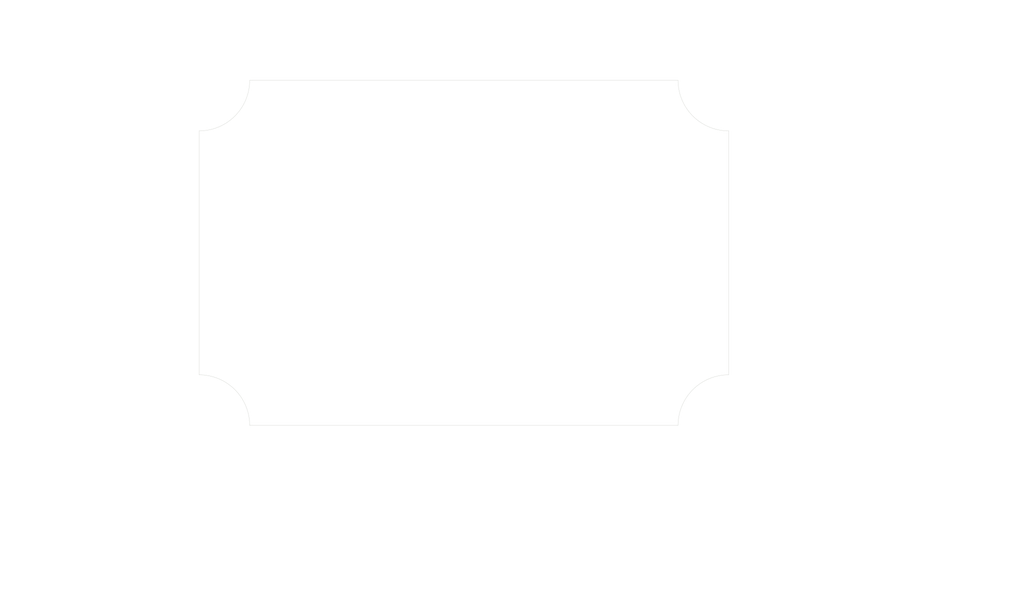
<source format=kicad_pcb>
(kicad_pcb (version 20171130) (host pcbnew "(5.1.8-0-10_14)")

  (general
    (thickness 1.6)
    (drawings 86)
    (tracks 0)
    (zones 0)
    (modules 2)
    (nets 1)
  )

  (page A4)
  (title_block
    (title "Sailor Hat for ESP32")
    (date 2020-11-25)
    (rev 0.2.0)
    (company "Hat Laboratories")
    (comment 1 https://creativecommons.org/licenses/by-sa/4.0)
    (comment 2 "To view a copy of this license, visit ")
    (comment 3 "Sailor Hat for ESP32 is licensed under CC BY-SA 4.0.")
  )

  (layers
    (0 F.Cu signal)
    (1 In1.Cu power hide)
    (2 In2.Cu power hide)
    (31 B.Cu signal)
    (32 B.Adhes user)
    (33 F.Adhes user)
    (34 B.Paste user hide)
    (35 F.Paste user hide)
    (36 B.SilkS user)
    (37 F.SilkS user)
    (38 B.Mask user)
    (39 F.Mask user)
    (40 Dwgs.User user)
    (41 Cmts.User user)
    (42 Eco1.User user)
    (43 Eco2.User user)
    (44 Edge.Cuts user)
    (45 Margin user)
    (46 B.CrtYd user)
    (47 F.CrtYd user)
    (48 B.Fab user)
    (49 F.Fab user)
  )

  (setup
    (last_trace_width 0.2)
    (user_trace_width 0.1)
    (user_trace_width 0.2)
    (user_trace_width 0.25)
    (user_trace_width 0.261112)
    (user_trace_width 0.4)
    (user_trace_width 0.6)
    (user_trace_width 0.8)
    (user_trace_width 1)
    (trace_clearance 0.127)
    (zone_clearance 0.3)
    (zone_45_only no)
    (trace_min 0.09)
    (via_size 0.8)
    (via_drill 0.4)
    (via_min_size 0.45)
    (via_min_drill 0.2)
    (user_via 0.45 0.2)
    (user_via 0.6 0.4)
    (user_via 0.8 0.4)
    (user_via 1 0.6)
    (uvia_size 0.3)
    (uvia_drill 0.1)
    (uvias_allowed no)
    (uvia_min_size 0.2)
    (uvia_min_drill 0.1)
    (edge_width 0.05)
    (segment_width 0.2)
    (pcb_text_width 0.3)
    (pcb_text_size 1.5 1.5)
    (mod_edge_width 0.12)
    (mod_text_size 1 1)
    (mod_text_width 0.16)
    (pad_size 2 1.6)
    (pad_drill 0)
    (pad_to_mask_clearance 0.05)
    (aux_axis_origin 0 0)
    (visible_elements FFFFFF7F)
    (pcbplotparams
      (layerselection 0x010fc_ffffffff)
      (usegerberextensions false)
      (usegerberattributes true)
      (usegerberadvancedattributes true)
      (creategerberjobfile true)
      (excludeedgelayer false)
      (linewidth 0.100000)
      (plotframeref false)
      (viasonmask false)
      (mode 1)
      (useauxorigin false)
      (hpglpennumber 1)
      (hpglpenspeed 20)
      (hpglpendiameter 15.000000)
      (psnegative false)
      (psa4output false)
      (plotreference true)
      (plotvalue true)
      (plotinvisibletext false)
      (padsonsilk false)
      (subtractmaskfromsilk false)
      (outputformat 1)
      (mirror false)
      (drillshape 0)
      (scaleselection 1)
      (outputdirectory "assembly"))
  )

  (net 0 "")

  (net_class Default "This is the default net class."
    (clearance 0.127)
    (trace_width 0.2)
    (via_dia 0.8)
    (via_drill 0.4)
    (uvia_dia 0.3)
    (uvia_drill 0.1)
    (diff_pair_width 0.261112)
    (diff_pair_gap 0.2032)
  )

  (module SH-ESP32:MountingHole_3.2mm_M3_Unplated locked (layer F.Cu) (tedit 5F96951E) (tstamp 5F9C4A67)
    (at 156.25 109)
    (descr "Mounting Hole 3.2mm, no annular, M3")
    (tags "mounting hole 3.2mm no annular m3")
    (path /5FC0C355/5FC0D043)
    (attr virtual)
    (fp_text reference H1002 (at 0 -4.2) (layer F.SilkS) hide
      (effects (font (size 1 1) (thickness 0.15)))
    )
    (fp_text value MountingHole (at 0 4.2) (layer F.Fab) hide
      (effects (font (size 1 1) (thickness 0.15)))
    )
    (fp_circle (center 0 0) (end 3.45 0) (layer F.CrtYd) (width 0.05))
    (fp_circle (center 0 0) (end 3.2 0) (layer Cmts.User) (width 0.15))
    (fp_text user %R (at 0.3 0) (layer F.Fab) hide
      (effects (font (size 1 1) (thickness 0.15)))
    )
    (pad "" np_thru_hole circle (at 0 0) (size 3.2 3.2) (drill 3.2) (layers *.Cu *.Mask)
      (solder_mask_margin 1.6) (clearance 1.6))
  )

  (module SH-ESP32:MountingHole_3.2mm_M3_Unplated locked (layer F.Cu) (tedit 5F96951E) (tstamp 5F9C4A5F)
    (at 111.75 63)
    (descr "Mounting Hole 3.2mm, no annular, M3")
    (tags "mounting hole 3.2mm no annular m3")
    (path /5FC0C355/5FC0D03D)
    (attr virtual)
    (fp_text reference H1001 (at 0 -4.2) (layer F.SilkS) hide
      (effects (font (size 1 1) (thickness 0.15)))
    )
    (fp_text value MountingHole (at 0 4.2) (layer F.Fab) hide
      (effects (font (size 1 1) (thickness 0.15)))
    )
    (fp_circle (center 0 0) (end 3.45 0) (layer F.CrtYd) (width 0.05))
    (fp_circle (center 0 0) (end 3.2 0) (layer Cmts.User) (width 0.15))
    (fp_text user %R (at 0.3 0) (layer F.Fab) hide
      (effects (font (size 1 1) (thickness 0.15)))
    )
    (pad "" np_thru_hole circle (at 0 0) (size 3.2 3.2) (drill 3.2) (layers *.Cu *.Mask)
      (solder_mask_margin 1.6) (clearance 1.6))
  )

  (gr_line (start 89 65.5) (end 89 106.5) (layer Edge.Cuts) (width 0.05) (tstamp 5F92F9EC))
  (dimension 42 (width 0.15) (layer Dwgs.User)
    (gr_text "42.000 mm" (at 207.3 86 270) (layer Dwgs.User)
      (effects (font (size 1 1) (thickness 0.15)))
    )
    (feature1 (pts (xy 201 107) (xy 206.586421 107)))
    (feature2 (pts (xy 201 65) (xy 206.586421 65)))
    (crossbar (pts (xy 206 65) (xy 206 107)))
    (arrow1a (pts (xy 206 107) (xy 205.413579 105.873496)))
    (arrow1b (pts (xy 206 107) (xy 206.586421 105.873496)))
    (arrow2a (pts (xy 206 65) (xy 205.413579 66.126504)))
    (arrow2b (pts (xy 206 65) (xy 206.586421 66.126504)))
  )
  (dimension 115 (width 0.15) (layer Dwgs.User)
    (gr_text "115.000 mm" (at 134 144.3) (layer Dwgs.User)
      (effects (font (size 1 1) (thickness 0.15)))
    )
    (feature1 (pts (xy 191.5 121) (xy 191.5 143.586421)))
    (feature2 (pts (xy 76.5 121) (xy 76.5 143.586421)))
    (crossbar (pts (xy 76.5 143) (xy 191.5 143)))
    (arrow1a (pts (xy 191.5 143) (xy 190.373496 143.586421)))
    (arrow1b (pts (xy 191.5 143) (xy 190.373496 142.413579)))
    (arrow2a (pts (xy 76.5 143) (xy 77.626504 143.586421)))
    (arrow2b (pts (xy 76.5 143) (xy 77.626504 142.413579)))
  )
  (gr_line (start 191.5 113) (end 191.5 101) (layer Dwgs.User) (width 0.15) (tstamp 5FB961AF))
  (gr_line (start 179 120) (end 200.5 120) (layer Dwgs.User) (width 0.15) (tstamp 5FB961AE))
  (gr_line (start 200.5 52) (end 179 52) (layer Dwgs.User) (width 0.15) (tstamp 5FB961AD))
  (gr_circle (center 191.5 107) (end 191.5 112.5) (layer Dwgs.User) (width 0.15) (tstamp 5FB961AC))
  (gr_line (start 200.5 120) (end 200.5 52) (layer Dwgs.User) (width 0.15) (tstamp 5FB961AB))
  (gr_circle (center 191.5 65) (end 191.5 71) (layer Dwgs.User) (width 0.15) (tstamp 5FB961AA))
  (gr_line (start 185 65) (end 198 65) (layer Dwgs.User) (width 0.15) (tstamp 5FB961A9))
  (gr_line (start 191.5 58.5) (end 191.5 71.5) (layer Dwgs.User) (width 0.15) (tstamp 5FB961A8))
  (gr_line (start 185.5 107) (end 197.5 107) (layer Dwgs.User) (width 0.15) (tstamp 5FB961A7))
  (gr_line (start 76.5 113.5) (end 76.5 100.5) (layer Dwgs.User) (width 0.15) (tstamp 5FB961A0))
  (gr_line (start 76.5 59) (end 76.5 71) (layer Dwgs.User) (width 0.15) (tstamp 5FB9618B))
  (gr_circle (center 76.5 107) (end 76.5 101) (layer Dwgs.User) (width 0.15) (tstamp 5FB9619A))
  (gr_circle (center 76.5 65) (end 76.5 59.5) (layer Dwgs.User) (width 0.15) (tstamp 5FB96194))
  (gr_line (start 83 107) (end 70 107) (layer Dwgs.User) (width 0.15) (tstamp 5FB9619D))
  (gr_line (start 82.5 65) (end 70.5 65) (layer Dwgs.User) (width 0.15) (tstamp 5FB961A3))
  (gr_line (start 67.5 120) (end 89 120) (layer Dwgs.User) (width 0.15) (tstamp 5FB96191))
  (gr_line (start 67.5 52) (end 67.5 120) (layer Dwgs.User) (width 0.15) (tstamp 5FB96197))
  (gr_line (start 89 52) (end 67.5 52) (layer Dwgs.User) (width 0.15) (tstamp 5FB9618E))
  (gr_arc (start 179 57) (end 184 57) (angle -90) (layer Dwgs.User) (width 0.15))
  (gr_arc (start 179 115) (end 179 120) (angle -90) (layer Dwgs.User) (width 0.15))
  (gr_arc (start 89 115) (end 84 115) (angle -90) (layer Dwgs.User) (width 0.15))
  (gr_arc (start 89 57) (end 89 52) (angle -90) (layer Dwgs.User) (width 0.15))
  (dimension 58 (width 0.15) (layer Dwgs.User)
    (gr_text "58.000 mm" (at 59.2 86 270) (layer Dwgs.User)
      (effects (font (size 1 1) (thickness 0.15)))
    )
    (feature1 (pts (xy 66 115) (xy 59.913579 115)))
    (feature2 (pts (xy 66 57) (xy 59.913579 57)))
    (crossbar (pts (xy 60.5 57) (xy 60.5 115)))
    (arrow1a (pts (xy 60.5 115) (xy 59.913579 113.873496)))
    (arrow1b (pts (xy 60.5 115) (xy 61.086421 113.873496)))
    (arrow2a (pts (xy 60.5 57) (xy 59.913579 58.126504)))
    (arrow2b (pts (xy 60.5 57) (xy 61.086421 58.126504)))
  )
  (dimension 89 (width 0.15) (layer Dwgs.User)
    (gr_text "89.000 mm" (at 133.5 44.2) (layer Dwgs.User)
      (effects (font (size 1 1) (thickness 0.15)))
    )
    (feature1 (pts (xy 178 50) (xy 178 44.913579)))
    (feature2 (pts (xy 89 50) (xy 89 44.913579)))
    (crossbar (pts (xy 89 45.5) (xy 178 45.5)))
    (arrow1a (pts (xy 178 45.5) (xy 176.873496 46.086421)))
    (arrow1b (pts (xy 178 45.5) (xy 176.873496 44.913579)))
    (arrow2a (pts (xy 89 45.5) (xy 90.126504 46.086421)))
    (arrow2b (pts (xy 89 45.5) (xy 90.126504 44.913579)))
  )
  (dimension 60.5 (width 0.15) (layer Dwgs.User) (tstamp 5FB9D554)
    (gr_text "60.500 mm" (at 220.5 86 270) (layer Dwgs.User) (tstamp 5FB9D554)
      (effects (font (size 1 1) (thickness 0.15)))
    )
    (feature1 (pts (xy 201 116.25) (xy 219.786421 116.25)))
    (feature2 (pts (xy 201 55.75) (xy 219.786421 55.75)))
    (crossbar (pts (xy 219.2 55.75) (xy 219.2 116.25)))
    (arrow1a (pts (xy 219.2 116.25) (xy 218.613579 115.123496)))
    (arrow1b (pts (xy 219.2 116.25) (xy 219.786421 115.123496)))
    (arrow2a (pts (xy 219.2 55.75) (xy 218.613579 56.876504)))
    (arrow2b (pts (xy 219.2 55.75) (xy 219.786421 56.876504)))
  )
  (gr_arc (start 178 115) (end 178 106.5) (angle -90) (layer Edge.Cuts) (width 0.05))
  (gr_arc (start 89 115) (end 97.5 115) (angle -90) (layer Edge.Cuts) (width 0.05))
  (gr_arc (start 178 57) (end 169.5 57) (angle -90) (layer Edge.Cuts) (width 0.05))
  (gr_arc (start 89 57) (end 89 65.5) (angle -90) (layer Edge.Cuts) (width 0.05) (tstamp 5FB8C975))
  (gr_line (start 156.25 60.25) (end 156.25 65.75) (layer Dwgs.User) (width 0.15) (tstamp 5FB8C939))
  (gr_circle (center 178 114) (end 180 114) (layer Dwgs.User) (width 0.15) (tstamp 5FB8C938))
  (gr_circle (center 178 58) (end 180 58) (layer Dwgs.User) (width 0.15) (tstamp 5FB8C937))
  (dimension 88 (width 0.15) (layer Dwgs.User) (tstamp 5FB8C935)
    (gr_text "88.000 mm" (at 134 130.3) (layer Dwgs.User) (tstamp 5FB8C935)
      (effects (font (size 1 1) (thickness 0.15)))
    )
    (feature1 (pts (xy 178 121.5) (xy 178 129.586421)))
    (feature2 (pts (xy 90 121.5) (xy 90 129.586421)))
    (crossbar (pts (xy 90 129) (xy 178 129)))
    (arrow1a (pts (xy 178 129) (xy 176.873496 129.586421)))
    (arrow1b (pts (xy 178 129) (xy 176.873496 128.413579)))
    (arrow2a (pts (xy 90 129) (xy 91.126504 129.586421)))
    (arrow2b (pts (xy 90 129) (xy 91.126504 128.413579)))
  )
  (gr_arc (start 90 58) (end 90 64) (angle -90) (layer Dwgs.User) (width 0.15) (tstamp 5FB8C934))
  (gr_arc (start 90 66.25) (end 90 64) (angle -90) (layer Dwgs.User) (width 0.15) (tstamp 5FB8C933))
  (gr_arc (start 90 105.75) (end 87.75 105.75) (angle -90) (layer Dwgs.User) (width 0.15) (tstamp 5FB8C932))
  (gr_line (start 89 52) (end 179 52) (layer Dwgs.User) (width 0.15) (tstamp 5FB8C931))
  (gr_line (start 134 50) (end 134 126) (layer Cmts.User) (width 0.15) (tstamp 5FB8C930))
  (gr_line (start 109 109) (end 114.5 109) (layer Dwgs.User) (width 0.15) (tstamp 5FB8C92F))
  (gr_circle (center 111.75 109) (end 114.25 109) (layer Dwgs.User) (width 0.15) (tstamp 5FB8C92E))
  (gr_arc (start 90 114) (end 96 114) (angle -90) (layer Dwgs.User) (width 0.15) (tstamp 5FB8C92D))
  (gr_arc (start 169.75 114) (end 169.75 116.25) (angle -90) (layer Dwgs.User) (width 0.15) (tstamp 5FB8C92C))
  (gr_circle (center 90 114) (end 90 116) (layer Dwgs.User) (width 0.15) (tstamp 5FB8C92B))
  (gr_line (start 179 120) (end 89 120) (layer Dwgs.User) (width 0.15) (tstamp 5FB8C92A))
  (gr_line (start 156.25 106.25) (end 156.25 111.75) (layer Dwgs.User) (width 0.15) (tstamp 5FB8C929))
  (gr_arc (start 178 105.75) (end 178 108) (angle -90) (layer Dwgs.User) (width 0.15) (tstamp 5FB8C928))
  (gr_arc (start 169.75 58) (end 172 58) (angle -90) (layer Dwgs.User) (width 0.15) (tstamp 5FB8C927))
  (gr_arc (start 178 66.25) (end 180.25 66.25) (angle -90) (layer Dwgs.User) (width 0.15) (tstamp 5FB8C926))
  (gr_arc (start 178 58) (end 172 58) (angle -90) (layer Dwgs.User) (width 0.15) (tstamp 5FB8C925))
  (gr_line (start 153.5 63) (end 159 63) (layer Dwgs.User) (width 0.15) (tstamp 5FB8C924))
  (gr_circle (center 90 58) (end 92 58) (layer Dwgs.User) (width 0.15) (tstamp 5FB8C923))
  (dimension 92.5 (width 0.15) (layer Dwgs.User) (tstamp 5FB8C921)
    (gr_text "92.500 mm" (at 134.25 134.3) (layer Dwgs.User) (tstamp 5FB8C921)
      (effects (font (size 1 1) (thickness 0.15)))
    )
    (feature1 (pts (xy 88 121.25) (xy 88 133.586421)))
    (feature2 (pts (xy 180.5 121.25) (xy 180.5 133.586421)))
    (crossbar (pts (xy 180.5 133) (xy 88 133)))
    (arrow1a (pts (xy 88 133) (xy 89.126504 132.413579)))
    (arrow1b (pts (xy 88 133) (xy 89.126504 133.586421)))
    (arrow2a (pts (xy 180.5 133) (xy 179.373496 132.413579)))
    (arrow2b (pts (xy 180.5 133) (xy 179.373496 133.586421)))
  )
  (gr_line (start 180.25 66.25) (end 180.25 105.75) (layer Dwgs.User) (width 0.15) (tstamp 5FB8C920))
  (gr_circle (center 156.25 63) (end 158.75 63) (layer Dwgs.User) (width 0.15) (tstamp 5FB8C91F))
  (gr_line (start 153.5 109) (end 159 109) (layer Dwgs.User) (width 0.15) (tstamp 5FB8C91E))
  (dimension 56 (width 0.15) (layer Dwgs.User) (tstamp 5FB8C91C)
    (gr_text "56.000 mm" (at 215.3 86 270) (layer Dwgs.User) (tstamp 5FB8C91C)
      (effects (font (size 1 1) (thickness 0.15)))
    )
    (feature1 (pts (xy 201 114) (xy 214.586421 114)))
    (feature2 (pts (xy 201 58) (xy 214.586421 58)))
    (crossbar (pts (xy 214 58) (xy 214 114)))
    (arrow1a (pts (xy 214 114) (xy 213.413579 112.873496)))
    (arrow1b (pts (xy 214 114) (xy 214.586421 112.873496)))
    (arrow2a (pts (xy 214 58) (xy 213.413579 59.126504)))
    (arrow2b (pts (xy 214 58) (xy 214.586421 59.126504)))
  )
  (gr_arc (start 98.25 114) (end 96 114) (angle -90) (layer Dwgs.User) (width 0.15) (tstamp 5FB8C91B))
  (gr_circle (center 156.25 109) (end 158.75 109) (layer Dwgs.User) (width 0.15) (tstamp 5FB8C91A))
  (gr_line (start 84 115) (end 84 57) (layer Dwgs.User) (width 0.15) (tstamp 5FB8C917))
  (dimension 68 (width 0.15) (layer Dwgs.User) (tstamp 5FB8C915)
    (gr_text "68.000 mm" (at 226.3 86 270) (layer Dwgs.User) (tstamp 5FB8C915)
      (effects (font (size 1 1) (thickness 0.15)))
    )
    (feature1 (pts (xy 201 120) (xy 225.586421 120)))
    (feature2 (pts (xy 201 52) (xy 225.586421 52)))
    (crossbar (pts (xy 225 52) (xy 225 120)))
    (arrow1a (pts (xy 225 120) (xy 224.413579 118.873496)))
    (arrow1b (pts (xy 225 120) (xy 225.586421 118.873496)))
    (arrow2a (pts (xy 225 52) (xy 224.413579 53.126504)))
    (arrow2b (pts (xy 225 52) (xy 225.586421 53.126504)))
  )
  (gr_line (start 82 86) (end 186 86) (layer Cmts.User) (width 0.15) (tstamp 5FB8C914))
  (dimension 44.5 (width 0.15) (layer Dwgs.User) (tstamp 5FB8C912)
    (gr_text "44.500 mm" (at 134 126.05) (layer Dwgs.User) (tstamp 5FB8C912)
      (effects (font (size 1 1) (thickness 0.15)))
    )
    (feature1 (pts (xy 156.25 122) (xy 156.25 125.336421)))
    (feature2 (pts (xy 111.75 122) (xy 111.75 125.336421)))
    (crossbar (pts (xy 111.75 124.75) (xy 156.25 124.75)))
    (arrow1a (pts (xy 156.25 124.75) (xy 155.123496 125.336421)))
    (arrow1b (pts (xy 156.25 124.75) (xy 155.123496 124.163579)))
    (arrow2a (pts (xy 111.75 124.75) (xy 112.876504 125.336421)))
    (arrow2b (pts (xy 111.75 124.75) (xy 112.876504 124.163579)))
  )
  (gr_line (start 111.75 106.25) (end 111.75 111.75) (layer Dwgs.User) (width 0.15) (tstamp 5FB8C911))
  (gr_arc (start 98.25 58) (end 98.25 55.75) (angle -90) (layer Dwgs.User) (width 0.15) (tstamp 5FB8C910))
  (gr_circle (center 111.75 63) (end 114.25 63) (layer Dwgs.User) (width 0.15) (tstamp 5FB8C90F))
  (gr_line (start 87.75 105.75) (end 87.75 66.25) (layer Dwgs.User) (width 0.15) (tstamp 5FB8C90E))
  (dimension 46 (width 0.15) (layer Dwgs.User) (tstamp 5FB8C90C)
    (gr_text "46.000 mm" (at 211.3 86 270) (layer Dwgs.User) (tstamp 5FB8C90C)
      (effects (font (size 1 1) (thickness 0.15)))
    )
    (feature1 (pts (xy 201 109) (xy 210.586421 109)))
    (feature2 (pts (xy 201 63) (xy 210.586421 63)))
    (crossbar (pts (xy 210 63) (xy 210 109)))
    (arrow1a (pts (xy 210 109) (xy 209.413579 107.873496)))
    (arrow1b (pts (xy 210 109) (xy 210.586421 107.873496)))
    (arrow2a (pts (xy 210 63) (xy 209.413579 64.126504)))
    (arrow2b (pts (xy 210 63) (xy 210.586421 64.126504)))
  )
  (gr_line (start 169.75 116.25) (end 98.25 116.25) (layer Dwgs.User) (width 0.15) (tstamp 5FB8C908))
  (dimension 100 (width 0.15) (layer Dwgs.User) (tstamp 5FB8C906)
    (gr_text "100.000 mm" (at 134 138.3) (layer Dwgs.User) (tstamp 5FB8C906)
      (effects (font (size 1 1) (thickness 0.15)))
    )
    (feature1 (pts (xy 184 121) (xy 184 137.586421)))
    (feature2 (pts (xy 84 121) (xy 84 137.586421)))
    (crossbar (pts (xy 84 137) (xy 184 137)))
    (arrow1a (pts (xy 184 137) (xy 182.873496 137.586421)))
    (arrow1b (pts (xy 184 137) (xy 182.873496 136.413579)))
    (arrow2a (pts (xy 84 137) (xy 85.126504 137.586421)))
    (arrow2b (pts (xy 84 137) (xy 85.126504 136.413579)))
  )
  (gr_line (start 109 63) (end 114.5 63) (layer Dwgs.User) (width 0.15) (tstamp 5FB8C905))
  (gr_line (start 111.75 60.25) (end 111.75 65.75) (layer Dwgs.User) (width 0.15) (tstamp 5FB8C904))
  (gr_line (start 184 57) (end 184 115) (layer Dwgs.User) (width 0.15) (tstamp 5FB8C903))
  (gr_line (start 98.25 55.75) (end 169.75 55.75) (layer Dwgs.User) (width 0.15) (tstamp 5FB8C902))
  (gr_arc (start 178 114) (end 178 108) (angle -90) (layer Dwgs.User) (width 0.15) (tstamp 5FB8C901))
  (gr_arc (start 89 57) (end 89 64) (angle -90) (layer Cmts.User) (width 0.05))
  (gr_arc (start 89 115) (end 96 115) (angle -90) (layer Cmts.User) (width 0.05))
  (gr_arc (start 178 115) (end 178 108) (angle -90) (layer Cmts.User) (width 0.05))
  (gr_line (start 178 106.5) (end 178 65.5) (layer Edge.Cuts) (width 0.05))
  (gr_line (start 111.75 57.75) (end 111.75 67.25) (layer Cmts.User) (width 0.15))
  (gr_line (start 106.5 63) (end 117 63) (layer Cmts.User) (width 0.15))
  (gr_line (start 89 86) (end 178 86) (layer Cmts.User) (width 0.15))
  (gr_line (start 169.5 115) (end 97.5 115) (layer Edge.Cuts) (width 0.05) (tstamp 5F934784))
  (gr_line (start 169.5 57) (end 97.5 57) (layer Edge.Cuts) (width 0.05) (tstamp 5F934783))

)

</source>
